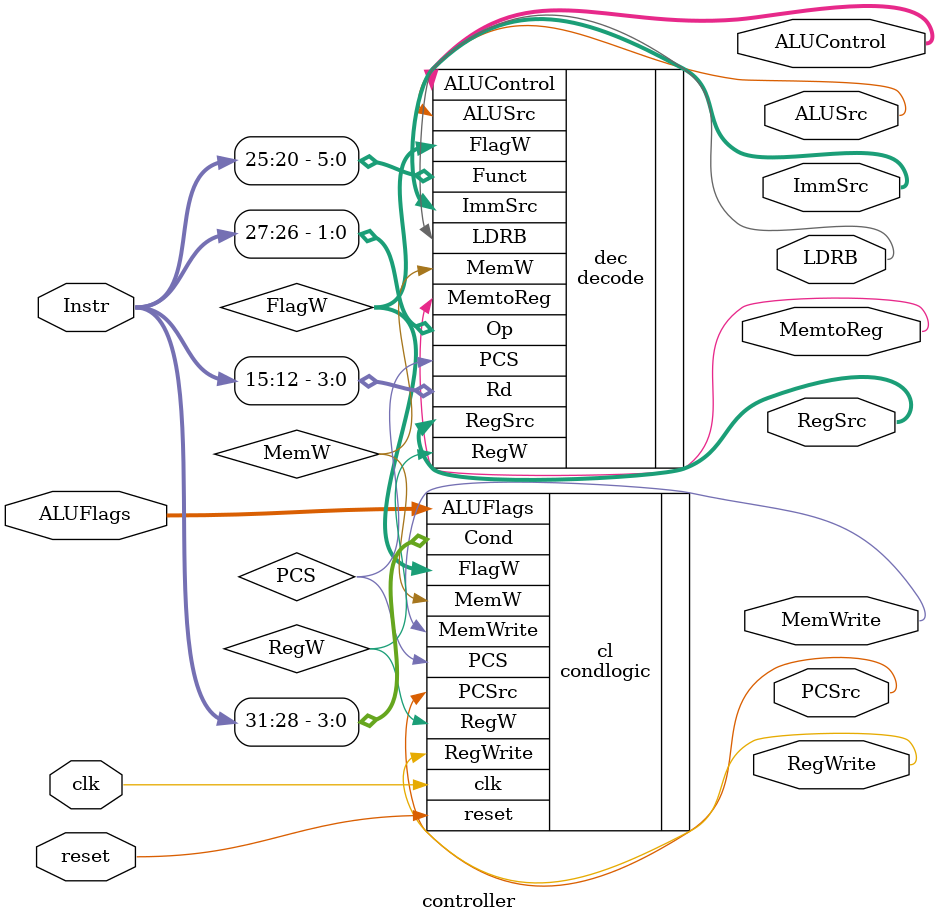
<source format=v>
module controller (
	clk,
	reset,
	Instr,
	ALUFlags,
	RegSrc,
	RegWrite,
	ImmSrc,
	ALUSrc,
	LDRB,
	ALUControl,
	MemWrite,
	MemtoReg,
	PCSrc
);
	input wire clk;
	input wire reset;
	input wire [31:12] Instr;
	input wire [3:0] ALUFlags;
	output wire [1:0] RegSrc;
	output wire RegWrite;
	output wire [1:0] ImmSrc;
	output wire ALUSrc;
	output wire LDRB;
	output wire [2:0] ALUControl;
	output wire MemWrite;
	output wire MemtoReg;
	output wire PCSrc;

	wire [1:0] FlagW;
	wire PCS;
	wire RegW;
	wire MemW;

	// Modulo decoder
	decode dec(
		.Op(Instr[27:26]),  			// Opcode = 00 | 01 | 10
		.Funct(Instr[25:20]), 		// Funct (6-bits) 
		.Rd(Instr[15:12]),				// Register Destination (4-bits)
		.FlagW(FlagW),
		.PCS(PCS),
		.RegW(RegW),
		.MemW(MemW),
		.MemtoReg(MemtoReg),
		.ALUSrc(ALUSrc),
		.LDRB(LDRB),
		.ImmSrc(ImmSrc),					// Immediate Source (2 bit)
		.RegSrc(RegSrc),		 			// Register Source (2 bit)
		.ALUControl(ALUControl)   // ALUControl (3 bit) = 00 ADD | 01 SUB | 10 AND | 11 ORR
	);

	// Modulo Conditional Logic
	condlogic cl(
		.clk(clk),
		.reset(reset),
		.Cond(Instr[31:28]),			// Condition (4-bits)
		.ALUFlags(ALUFlags),
		.FlagW(FlagW),
		.PCS(PCS),
		.RegW(RegW),
		.MemW(MemW),
		.PCSrc(PCSrc),
		.RegWrite(RegWrite),
		.MemWrite(MemWrite)
	);
endmodule
</source>
